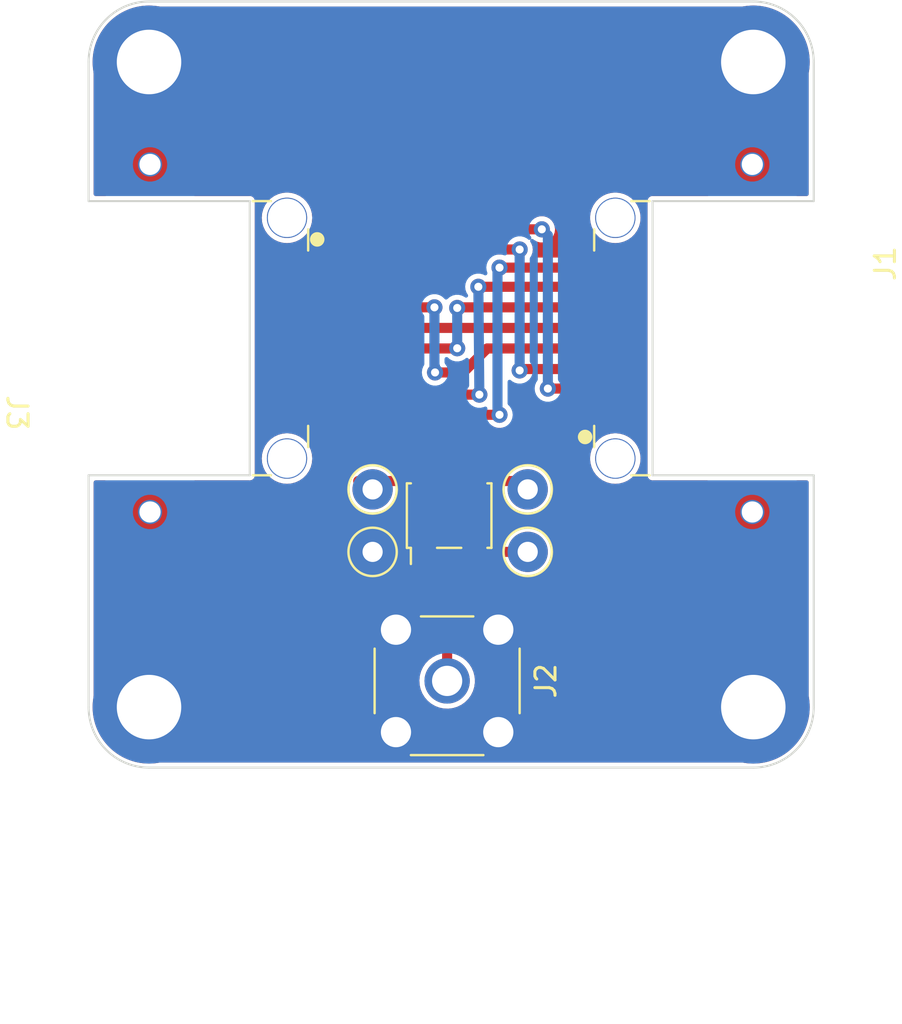
<source format=kicad_pcb>
(kicad_pcb (version 20211014) (generator pcbnew)
  (title_block (rev "1"))
  (layers (0 "F.Cu" signal "Front") (31 "B.Cu" signal "Back") (34 "B.Paste" user) (35 "F.Paste" user) (36 "B.SilkS" user "B.Silkscreen") (37 "F.SilkS" user "F.Silkscreen") (38 "B.Mask" user) (39 "F.Mask" user) (44 "Edge.Cuts" user))
  (net 0 "")
  (net 1 "GND")
  (net 4 "/B1")
  (net 5 "/I2")
  (net 6 "/I3")
  (net 7 "/I4")
  (net 8 "/I5")
  (net 9 "/I6")
  (net 10 "/I7")
  (net 11 "/I8")
  (net 12 "/U_Out")
  (net 13 "/B2")
  (footprint "s0_Connector_Heling:MJ88-B011-JRVS1-P" (layer "F.Cu") (at 126.15 76.7 90)
    (fp_text reference "J1" (at 3.7 13.4 90 unlocked) (layer "F.SilkS"))
    (fp_text value "MJ88-B011-JRVS1-P" hide)
    (fp_line (start -6.8 1.7) (end -6.8 0.8) (layer "F.SilkS") (width 0.12))
    (fp_line (start 5.4 -1.05) (end 4.35 -1.05) (layer "F.SilkS") (width 0.12))
    (fp_line (start -5.4 -1.05) (end -4.35 -1.05) (layer "F.SilkS") (width 0.12))
    (fp_line (start 6.8 1.7) (end 6.8 0.8) (layer "F.SilkS") (width 0.12))
    (fp_circle (center -4.9 -1.5) (end -4.6 -1.5) (layer "F.SilkS") (width 0.12) (fill solid))
    (pad "" np_thru_hole circle (at -5.97 0 90) (size 2 2) (drill 1.9) (layers F&B.Cu *.Mask))
    (pad "" np_thru_hole circle (at 5.97 0 180) (size 2 2) (drill 1.9) (layers F&B.Cu *.Mask))
    (pad "1" smd roundrect (at -3.57 -0.6 90) (size 0.7 3) (layers "F.Cu" "F.Paste" "F.Mask") (net 4 "/B1"))
    (pad "2" smd roundrect (at -2.55 -0.6 90) (size 0.7 3) (layers "F.Cu" "F.Paste" "F.Mask") (net 5 "/I2"))
    (pad "3" smd roundrect (at -1.53 -0.6 90) (size 0.7 3) (layers "F.Cu" "F.Paste" "F.Mask") (net 6 "/I3"))
    (pad "4" smd roundrect (at -0.51 -0.6 90) (size 0.7 3) (layers "F.Cu" "F.Paste" "F.Mask") (net 7 "/I4"))
    (pad "5" smd roundrect (at 0.51 -0.6 90) (size 0.7 3) (layers "F.Cu" "F.Paste" "F.Mask") (net 8 "/I5"))
    (pad "6" smd roundrect (at 1.53 -0.6 90) (size 0.7 3) (layers "F.Cu" "F.Paste" "F.Mask") (net 9 "/I6"))
    (pad "7" smd roundrect (at 2.55 -0.6 90) (size 0.7 3) (layers "F.Cu" "F.Paste" "F.Mask") (net 10 "/I7"))
    (pad "8" smd roundrect (at 3.57 -0.6 90) (size 0.7 3) (layers "F.Cu" "F.Paste" "F.Mask") (net 11 "/I8"))
    (pad "SH" smd roundrect (at 8.45 6.8 90) (size 2.5 4.3) (layers "F.Cu" "F.Paste" "F.Mask"))
    (pad "SH" thru_hole circle (at 8.62 6.8 90) (size 1.2 1.2) (drill 1.05) (layers *.Cu *.Mask))
    (pad "SH" smd roundrect (at -8.45 6.8 90) (size 2.5 4.3) (layers "F.Cu" "F.Paste" "F.Mask"))
    (pad "SH" thru_hole circle (at -8.62 6.8 90) (size 1.2 1.2) (drill 1.05) (layers *.Cu *.Mask))
  )
  (footprint "s0_Connector_Heling:MJ88-B011-JRVS1-P" (layer "F.Cu") (at 109.85 76.7 -90)
    (fp_text reference "J3" (at 3.7 13.4 -90 unlocked) (layer "F.SilkS"))
    (fp_text value "MJ88-B011-JRVS1-P" hide)
    (fp_line (start -6.8 1.7) (end -6.8 0.8) (layer "F.SilkS") (width 0.12))
    (fp_line (start 6.8 1.7) (end 6.8 0.8) (layer "F.SilkS") (width 0.12))
    (fp_line (start -5.4 -1.05) (end -4.35 -1.05) (layer "F.SilkS") (width 0.12))
    (fp_line (start 5.4 -1.05) (end 4.35 -1.05) (layer "F.SilkS") (width 0.12))
    (fp_circle (center -4.9 -1.5) (end -4.6 -1.5) (layer "F.SilkS") (width 0.12) (fill solid))
    (pad "" np_thru_hole circle (at -5.97 0 270) (size 2 2) (drill 1.9) (layers F&B.Cu *.Mask))
    (pad "" np_thru_hole circle (at 5.97 0) (size 2 2) (drill 1.9) (layers F&B.Cu *.Mask))
    (pad "1" smd roundrect (at -3.57 -0.6 270) (size 0.7 3) (layers "F.Cu" "F.Paste" "F.Mask") (net 5 "/I2"))
    (pad "2" smd roundrect (at -2.55 -0.6 270) (size 0.7 3) (layers "F.Cu" "F.Paste" "F.Mask") (net 6 "/I3"))
    (pad "3" smd roundrect (at -1.53 -0.6 270) (size 0.7 3) (layers "F.Cu" "F.Paste" "F.Mask") (net 7 "/I4"))
    (pad "4" smd roundrect (at -0.51 -0.6 270) (size 0.7 3) (layers "F.Cu" "F.Paste" "F.Mask") (net 8 "/I5"))
    (pad "5" smd roundrect (at 0.51 -0.6 270) (size 0.7 3) (layers "F.Cu" "F.Paste" "F.Mask") (net 9 "/I6"))
    (pad "6" smd roundrect (at 1.53 -0.6 270) (size 0.7 3) (layers "F.Cu" "F.Paste" "F.Mask") (net 10 "/I7"))
    (pad "7" smd roundrect (at 2.55 -0.6 270) (size 0.7 3) (layers "F.Cu" "F.Paste" "F.Mask") (net 11 "/I8"))
    (pad "8" smd roundrect (at 3.57 -0.6 270) (size 0.7 3) (layers "F.Cu" "F.Paste" "F.Mask") (net 13 "/B2"))
    (pad "SH" thru_hole circle (at 8.62 6.8 270) (size 1.2 1.2) (drill 1.05) (layers *.Cu *.Mask))
    (pad "SH" smd roundrect (at 8.45 6.8 270) (size 2.5 4.3) (layers "F.Cu" "F.Paste" "F.Mask"))
    (pad "SH" smd roundrect (at -8.45 6.8 270) (size 2.5 4.3) (layers "F.Cu" "F.Paste" "F.Mask"))
    (pad "SH" thru_hole circle (at -8.62 6.8 270) (size 1.2 1.2) (drill 1.05) (layers *.Cu *.Mask))
  )
  (footprint "TestPoint:TestPoint_THTPad_D2.0mm_Drill1.0mm" (layer "F.Cu") (at 114.1 84.2)
    (fp_text reference "TP3" hide)
    (fp_text value "TestPoint")
    (fp_circle (center 0 0) (end 0 1.2) (layer "F.SilkS") (width 0.12) (fill none))
    (pad "1" thru_hole circle (at 0 0) (size 2 2) (drill 1) (layers *.Cu *.Mask) (net 13 "/B2"))
  )
  (footprint "Connector_Coaxial:SMA_Molex_73251-2200_Horizontal" (layer "F.Cu") (at 117.8 93.7 180)
    (fp_text reference "J2" (at -4.9 0 90) (layer "F.SilkS"))
    (fp_text value "Conn_Coaxial")
    (fp_line (start -3.6 -1.6) (end -3.6 1.6) (layer "F.SilkS") (width 0.12))
    (fp_line (start -1.3 3.2) (end 1.3 3.2) (layer "F.SilkS") (width 0.12))
    (fp_line (start -1.8 -3.68) (end 1.8 -3.68) (layer "F.SilkS") (width 0.12))
    (fp_line (start 3.6 -1.6) (end 3.6 1.6) (layer "F.SilkS") (width 0.12))
    (pad "1" thru_hole circle (at 0 0 180) (size 2.25 2.25) (drill 1.5) (layers *.Cu *.Mask) (net 12 "/U_Out"))
    (pad "2" thru_hole circle (at 2.54 -2.54 180) (size 2.25 2.25) (drill 1.5) (layers *.Cu *.Mask) (net 1 "GND"))
    (pad "2" thru_hole circle (at -2.54 2.54 180) (size 2.25 2.25) (drill 1.5) (layers *.Cu *.Mask) (net 1 "GND"))
    (pad "2" thru_hole circle (at 2.54 2.54 270) (size 2.25 2.25) (drill 1.5) (layers *.Cu *.Mask) (net 1 "GND"))
    (pad "2" thru_hole circle (at -2.54 -2.54 180) (size 2.25 2.25) (drill 1.5) (layers *.Cu *.Mask) (net 1 "GND"))
  )
  (footprint "TestPoint:TestPoint_THTPad_D2.0mm_Drill1.0mm" (layer "F.Cu") (at 121.8 84.2)
    (fp_text reference "TP2" hide)
    (fp_text value "TestPoint")
    (fp_circle (center 0 0) (end 0 1.2) (layer "F.SilkS") (width 0.12) (fill none))
    (pad "1" thru_hole circle (at 0 0) (size 2 2) (drill 1) (layers *.Cu *.Mask) (net 4 "/B1"))
  )
  (footprint "MountingHole:MountingHole_3.2mm_M3_DIN965_Pad" (layer "F.Cu") (at 103 63)
    (fp_text reference "H2" hide)
    (fp_text value "MountingHole_Pad")
    (pad "1" thru_hole circle (at 0 0) (size 5.6 5.6) (drill 3.2) (layers *.Cu *.Mask) (net 1 "GND"))
  )
  (footprint "MountingHole:MountingHole_3.2mm_M3_DIN965_Pad" (layer "F.Cu") (at 133 63)
    (fp_text reference "H4" hide)
    (fp_text value "MountingHole_Pad")
    (pad "1" thru_hole circle (at 0 0) (size 5.6 5.6) (drill 3.2) (layers *.Cu *.Mask) (net 1 "GND"))
  )
  (footprint "TestPoint:TestPoint_THTPad_D2.0mm_Drill1.0mm" (layer "F.Cu") (at 121.8 87.3)
    (fp_text reference "TP1" hide)
    (fp_text value "TestPoint")
    (fp_circle (center 0 0) (end 0 1.2) (layer "F.SilkS") (width 0.12) (fill none))
    (pad "1" thru_hole circle (at 0 0) (size 2 2) (drill 1) (layers *.Cu *.Mask) (net 12 "/U_Out"))
  )
  (footprint "Transformer_SMD:Transformer_MACOM_SM-22" (layer "F.Cu") (at 117.9 85.5 90)
    (fp_text reference "TR1" hide)
    (fp_text value "ETC4-1-2")
    (fp_line (start -1.6 2.1) (end 1.6 2.1) (layer "F.SilkS") (width 0.12))
    (fp_line (start 1.6 -1.9) (end 1.6 -2.1) (layer "F.SilkS") (width 0.12))
    (fp_line (start 1.6 2.1) (end 1.6 1.9) (layer "F.SilkS") (width 0.12))
    (fp_line (start -1.6 1.9) (end -1.6 2.1) (layer "F.SilkS") (width 0.12))
    (fp_line (start -1.6 -2.1) (end -1.6 -1.9) (layer "F.SilkS") (width 0.12))
    (fp_line (start -1.6 -0.6) (end -1.6 0.6) (layer "F.SilkS") (width 0.12))
    (fp_line (start -1.6 -1.9) (end -2.4 -1.9) (layer "F.SilkS") (width 0.12))
    (fp_line (start 1.6 -2.1) (end -1.6 -2.1) (layer "F.SilkS") (width 0.12))
    (pad "1" smd rect (at -1.715 -1.27 90) (size 1.4 0.76) (layers "F.Cu" "F.Paste" "F.Mask") (net 1 "GND"))
    (pad "2" smd rect (at -1.715 1.27 90) (size 1.4 0.76) (layers "F.Cu" "F.Paste" "F.Mask") (net 12 "/U_Out"))
    (pad "3" smd rect (at 1.715 1.27 90) (size 1.4 0.76) (layers "F.Cu" "F.Paste" "F.Mask") (net 4 "/B1"))
    (pad "4" smd rect (at 1.715 0 90) (size 1.4 0.76) (layers "F.Cu" "F.Paste" "F.Mask") (net 1 "GND"))
    (pad "5" smd rect (at 1.715 -1.27 90) (size 1.4 0.76) (layers "F.Cu" "F.Paste" "F.Mask") (net 13 "/B2"))
  )
  (footprint "MountingHole:MountingHole_3.2mm_M3_DIN965_Pad" (layer "F.Cu") (at 103 95)
    (fp_text reference "H3" hide)
    (fp_text value "MountingHole_Pad")
    (pad "1" thru_hole circle (at 0 0) (size 5.6 5.6) (drill 3.2) (layers *.Cu *.Mask) (net 1 "GND"))
  )
  (footprint "TestPoint:TestPoint_THTPad_D2.0mm_Drill1.0mm" (layer "F.Cu") (at 114.1 87.3)
    (fp_text reference "TP4" hide)
    (fp_text value "TestPoint")
    (fp_circle (center 0 0) (end 0 1.2) (layer "F.SilkS") (width 0.12) (fill none))
    (pad "1" thru_hole circle (at 0 0) (size 2 2) (drill 1) (layers *.Cu *.Mask) (net 1 "GND"))
  )
  (footprint "MountingHole:MountingHole_3.2mm_M3_DIN965_Pad" (layer "F.Cu") (at 133 95)
    (fp_text reference "H1" hide)
    (fp_text value "MountingHole_Pad")
    (pad "1" thru_hole circle (at 0 0) (size 5.6 5.6) (drill 3.2) (layers *.Cu *.Mask) (net 1 "GND"))
  )
  (gr_arc (start 103 98) (mid 100.87868 97.12132) (end 100 95) (layer "Edge.Cuts") (width 0.1))
  (gr_arc (start 136 95) (mid 135.12132 97.12132) (end 133 98) (layer "Edge.Cuts") (width 0.1))
  (gr_arc (start 133 60) (mid 135.12132 60.87868) (end 136 63) (layer "Edge.Cuts") (width 0.1))
  (gr_line (start 136 69.9) (end 128 69.9) (layer "Edge.Cuts") (width 0.1))
  (gr_line (start 136 83.5) (end 136 95) (layer "Edge.Cuts") (width 0.1))
  (gr_line (start 128 69.9) (end 128 83.5) (layer "Edge.Cuts") (width 0.1))
  (gr_line (start 103 60) (end 133 60) (layer "Edge.Cuts") (width 0.1))
  (gr_arc (start 100 63) (mid 100.87868 60.87868) (end 103 60) (layer "Edge.Cuts") (width 0.1))
  (gr_line (start 100 69.9) (end 108 69.9) (layer "Edge.Cuts") (width 0.1))
  (gr_line (start 100 83.5) (end 100 95) (layer "Edge.Cuts") (width 0.1))
  (gr_line (start 136 63) (end 136 69.9) (layer "Edge.Cuts") (width 0.1))
  (gr_line (start 108 83.5) (end 100 83.5) (layer "Edge.Cuts") (width 0.1))
  (gr_line (start 108 69.9) (end 108 83.5) (layer "Edge.Cuts") (width 0.1))
  (gr_line (start 128 83.5) (end 136 83.5) (layer "Edge.Cuts") (width 0.1))
  (gr_line (start 103 98) (end 133 98) (layer "Edge.Cuts") (width 0.1))
  (gr_line locked (start 100 63) (end 100 69.9) (layer "Edge.Cuts") (width 0.1))
  (segment (start 125.55 80.27) (end 122.43 80.27) (width 0.5) (layer "F.Cu") (net 4))
  (segment (start 119.7 82.2) (end 119.17 82.73) (width 0.5) (layer "F.Cu") (net 4))
  (segment (start 120.5 82.2) (end 119.7 82.2) (width 0.5) (layer "F.Cu") (net 4))
  (segment (start 119.17 82.73) (end 119.17 83.785) (width 0.5) (layer "F.Cu") (net 4))
  (segment (start 122.43 80.27) (end 120.5 82.2) (width 0.5) (layer "F.Cu") (net 4))
  (segment (start 119.17 83.785) (end 121.8 83.785) (width 0.5) (layer "F.Cu") (net 4))
  (segment (start 125.5 79.2) (end 125.55 79.25) (width 0.5) (layer "F.Cu") (net 5))
  (segment (start 122.8 79.2) (end 125.5 79.2) (width 0.5) (layer "F.Cu") (net 5))
  (segment (start 117.8 71.3) (end 122.5 71.3) (width 0.5) (layer "F.Cu") (net 5))
  (segment (start 110.45 73.13) (end 115.97 73.13) (width 0.5) (layer "F.Cu") (net 5))
  (segment (start 115.97 73.13) (end 117.8 71.3) (width 0.5) (layer "F.Cu") (net 5))
  (via (at 122.5 71.3) (size 0.8) (drill 0.4) (layers "F.Cu" "B.Cu") (net 5))
  (via (at 122.8 79.2) (size 0.8) (drill 0.4) (layers "F.Cu" "B.Cu") (net 5))
  (segment (start 122.5 71.3) (end 122.8 71.6) (width 0.5) (layer "B.Cu") (net 5))
  (segment (start 122.8 71.6) (end 122.8 79.2) (width 0.5) (layer "B.Cu") (net 5))
  (segment (start 121.4 72.3) (end 118.6 72.3) (width 0.5) (layer "F.Cu") (net 6))
  (segment (start 118.6 72.3) (end 116.75 74.15) (width 0.5) (layer "F.Cu") (net 6))
  (segment (start 125.55 78.23) (end 121.47 78.23) (width 0.5) (layer "F.Cu") (net 6))
  (segment (start 116.75 74.15) (end 110.45 74.15) (width 0.5) (layer "F.Cu") (net 6))
  (segment (start 125.48 78.3) (end 125.55 78.23) (width 0.5) (layer "F.Cu") (net 6))
  (segment (start 121.47 78.23) (end 121.4 78.3) (width 0.5) (layer "F.Cu") (net 6))
  (via (at 121.4 78.3) (size 0.8) (drill 0.4) (layers "F.Cu" "B.Cu") (net 6))
  (via (at 121.4 72.3) (size 0.8) (drill 0.4) (layers "F.Cu" "B.Cu") (net 6))
  (segment (start 121.4 78.3) (end 121.4 72.3) (width 0.5) (layer "B.Cu") (net 6))
  (segment (start 110.45 75.17) (end 117.17 75.17) (width 0.5) (layer "F.Cu") (net 7))
  (segment (start 118.6 78.4) (end 119.79 77.21) (width 0.5) (layer "F.Cu") (net 7))
  (segment (start 117.2 78.4) (end 118.6 78.4) (width 0.5) (layer "F.Cu") (net 7))
  (segment (start 125.44 77.1) (end 125.55 77.21) (width 0.5) (layer "F.Cu") (net 7))
  (segment (start 119.79 77.21) (end 125.55 77.21) (width 0.5) (layer "F.Cu") (net 7))
  (via (at 117.17 75.17) (size 0.8) (drill 0.4) (layers "F.Cu" "B.Cu") (net 7))
  (via (at 117.2 78.4) (size 0.8) (drill 0.4) (layers "F.Cu" "B.Cu") (net 7))
  (segment (start 117.17 78.07) (end 117.2 78.1) (width 0.5) (layer "B.Cu") (net 7))
  (segment (start 117.17 75.17) (end 117.17 78.07) (width 0.5) (layer "B.Cu") (net 7))
  (segment (start 117.17 78.07) (end 117.17 78.37) (width 0.5) (layer "B.Cu") (net 7))
  (segment (start 117.17 78.37) (end 117.2 78.4) (width 0.5) (layer "B.Cu") (net 7))
  (segment (start 125.55 76.19) (end 110.45 76.19) (width 0.5) (layer "F.Cu") (net 8))
  (segment (start 118.33 75.17) (end 118.3 75.2) (width 0.5) (layer "F.Cu") (net 9))
  (segment (start 110.45 77.21) (end 118.31 77.21) (width 0.5) (layer "F.Cu") (net 9))
  (segment (start 125.55 75.17) (end 118.33 75.17) (width 0.5) (layer "F.Cu") (net 9))
  (segment (start 118.31 77.21) (end 118.3 77.2) (width 0.5) (layer "F.Cu") (net 9))
  (via (at 118.3 75.2) (size 0.8) (drill 0.4) (layers "F.Cu" "B.Cu") (net 9))
  (via (at 118.3 77.2) (size 0.8) (drill 0.4) (layers "F.Cu" "B.Cu") (net 9))
  (segment (start 118.3 77.2) (end 118.3 75.2) (width 0.5) (layer "B.Cu") (net 9))
  (segment (start 125.55 74.15) (end 119.35 74.15) (width 0.5) (layer "F.Cu") (net 10))
  (segment (start 119.4 79.5) (end 116.8 79.5) (width 0.5) (layer "F.Cu") (net 10))
  (segment (start 116.8 79.5) (end 115.53 78.23) (width 0.5) (layer "F.Cu") (net 10))
  (segment (start 115.53 78.23) (end 110.45 78.23) (width 0.5) (layer "F.Cu") (net 10))
  (via (at 119.4 79.5) (size 0.8) (drill 0.4) (layers "F.Cu" "B.Cu") (net 10))
  (via (at 119.35 74.15) (size 0.8) (drill 0.4) (layers "F.Cu" "B.Cu") (net 10))
  (segment (start 119.35 74.15) (end 119.4 79.5) (width 0.5) (layer "B.Cu") (net 10))
  (segment (start 110.45 79.25) (end 115.05 79.25) (width 0.5) (layer "F.Cu") (net 11))
  (segment (start 120.4 73.2) (end 125.48 73.2) (width 0.5) (layer "F.Cu") (net 11))
  (segment (start 125.48 73.2) (end 125.55 73.13) (width 0.5) (layer "F.Cu") (net 11))
  (segment (start 115.05 79.25) (end 116.3 80.5) (width 0.5) (layer "F.Cu") (net 11))
  (segment (start 116.3 80.5) (end 120.4 80.5) (width 0.5) (layer "F.Cu") (net 11))
  (via (at 120.4 80.5) (size 0.8) (drill 0.4) (layers "F.Cu" "B.Cu") (net 11))
  (via (at 120.4 73.2) (size 0.8) (drill 0.4) (layers "F.Cu" "B.Cu") (net 11))
  (segment (start 120.4 80.5) (end 120.3 80.4) (width 0.5) (layer "B.Cu") (net 11))
  (segment (start 120.3 73.3) (end 120.4 73.2) (width 0.5) (layer "B.Cu") (net 11))
  (segment (start 120.3 80.4) (end 120.3 73.3) (width 0.5) (layer "B.Cu") (net 11))
  (segment (start 117.8 88.585) (end 117.8 93.7) (width 0.5) (layer "F.Cu") (net 12))
  (segment (start 119.17 87.215) (end 117.8 88.585) (width 0.5) (layer "F.Cu") (net 12))
  (segment (start 119.085 87.3) (end 121.6 87.3) (width 0.5) (layer "F.Cu") (net 12))
  (segment (start 113.385 83.785) (end 116.63 83.785) (width 0.5) (layer "F.Cu") (net 13))
  (segment (start 116.63 83.785) (end 116.63 82.73) (width 0.5) (layer "F.Cu") (net 13))
  (segment (start 116.63 82.73) (end 114.17 80.27) (width 0.5) (layer "F.Cu") (net 13))
  (segment (start 114.17 80.27) (end 110.45 80.27) (width 0.5) (layer "F.Cu") (net 13))
  (zone (net 1) (net_name "GND") (layer "F.Cu") (connect_pads yes (clearance 0.25)) (min_thickness 0.2) (fill yes (thermal_gap 0.254) (thermal_bridge_width 0.254))
    (polygon (pts (xy 136 99) (xy 100 99) (xy 100 60) (xy 136 60)))
  )
  (zone (net 1) (net_name "GND") (layer "B.Cu") (connect_pads yes (clearance 0.25)) (min_thickness 0.2) (fill yes (thermal_gap 0.254) (thermal_bridge_width 0.254))
    (polygon (pts (xy 136 99) (xy 100 99) (xy 100 60) (xy 136 60)))
  )
)
</source>
